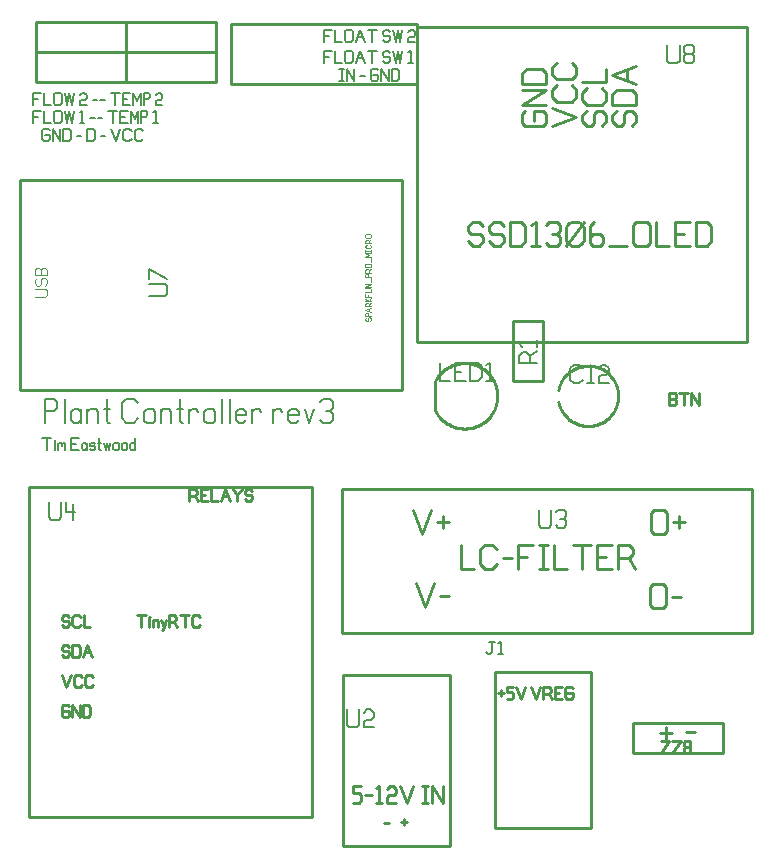
<source format=gto>
G04 -- Generated By PCBWeb Designer*
%FSLAX24Y24*%
%MOIN*%
%OFA0B0*%
%SFA1.0B1.0*%
%AMROTRECT*21,1,$1,$2,0,0,$3*%
%AMROTOBLONG*1,1,$7,$1,$2*1,1,$7,$3,$4*21,1,$5,$6,0,0,$8*%
%ADD10C,0.025*%
%ADD11R,0.055X0.055*%
%ADD12C,0.033*%
%ADD13R,0.065X0.065*%
%ADD14C,0.055*%
%ADD15C,0.033*%
%ADD16C,0.065*%
%ADD17C,0.01*%
%ADD18C,0.008*%
%ADD19C,0.024*%
%ADD20R,0.0532X0.0532*%
%ADD21C,0.0315*%
%ADD22R,0.0632X0.0632*%
%ADD23C,0.0532*%
%ADD24C,0.0632*%
%ADD25C,0.075*%
%ADD26C,0.04*%
%ADD27C,0.085*%
%ADD28R,0.075X0.075*%
%ADD29R,0.085X0.085*%
%ADD30C,0.026*%
%ADD31C,0.074*%
%ADD32C,0.084*%
%ADD33C,0.0048*%
%ADD34C,0.0208*%
%ADD35C,0.175*%
%ADD36C,0.185*%
%ADD37C,0.1969*%
%ADD38C,0.1378*%
%ADD39C,0.2069*%
%ADD40C,0.126*%
%ADD41R,0.02X0.04*%
%ADD42R,0.03X0.05*%
%ADD43C,0.001*%
%ADD44C,0.0*%
%ADD45C,0.0275*%
G01*
%LNERASE*%
%LPC*%
G54D19*
X13956Y15900D02*
X13956Y15300D01*
X14294Y15300D01*
X14819Y15900D02*
X14444Y15900D01*
X14444Y15300D01*
X14819Y15300D01*
X14444Y15600D02*
X14669Y15600D01*
X14969Y15300D02*
X14969Y15900D01*
X15231Y15900D01*
X15344Y15788D01*
X15344Y15413D01*
X15231Y15300D01*
X14969Y15300D01*
X14969Y15300D01*
X15494Y15300D02*
X15719Y15300D01*
X15606Y15300D02*
X15606Y15900D01*
X15494Y15825D01*
X18712Y15712D02*
X18600Y15825D01*
X18412Y15825D01*
X18300Y15712D01*
X18300Y15338D01*
X18412Y15225D01*
X18600Y15225D01*
X18712Y15338D01*
X18862Y15225D02*
X19088Y15225D01*
X18975Y15225D02*
X18975Y15825D01*
X18862Y15750D01*
X19238Y15712D02*
X19350Y15825D01*
X19462Y15825D01*
X19575Y15712D01*
X19575Y15562D01*
X19500Y15488D01*
X19312Y15488D01*
X19238Y15412D01*
X19238Y15225D01*
X19575Y15225D01*
G54D30*
X21500Y3350D02*
X21500Y3750D01*
X21700Y3550D02*
X21300Y3550D01*
X22450Y3600D02*
X22150Y3600D01*
X22300Y3300D02*
X22300Y2900D01*
X22125Y2900D01*
X22075Y2950D01*
X22075Y3050D01*
X22125Y3100D01*
X22075Y3150D01*
X22075Y3250D01*
X22125Y3300D01*
X22300Y3300D01*
X22125Y3100D02*
X22300Y3100D01*
X21975Y2900D02*
X21700Y2900D01*
X21975Y3300D01*
X21700Y3300D01*
X21600Y2900D02*
X21325Y2900D01*
X21600Y3300D01*
X21325Y3300D01*
X1600Y7425D02*
X1525Y7500D01*
X1425Y7500D01*
X1350Y7425D01*
X1350Y7350D01*
X1400Y7300D01*
X1550Y7300D01*
X1600Y7250D01*
X1600Y7175D01*
X1525Y7100D01*
X1425Y7100D01*
X1350Y7175D01*
X1975Y7425D02*
X1900Y7500D01*
X1775Y7500D01*
X1700Y7425D01*
X1700Y7175D01*
X1775Y7100D01*
X1900Y7100D01*
X1975Y7175D01*
X2075Y7500D02*
X2075Y7100D01*
X2300Y7100D01*
X1600Y6425D02*
X1525Y6500D01*
X1425Y6500D01*
X1350Y6425D01*
X1350Y6350D01*
X1400Y6300D01*
X1550Y6300D01*
X1600Y6250D01*
X1600Y6175D01*
X1525Y6100D01*
X1425Y6100D01*
X1350Y6175D01*
X1700Y6100D02*
X1700Y6500D01*
X1875Y6500D01*
X1950Y6425D01*
X1950Y6175D01*
X1875Y6100D01*
X1700Y6100D01*
X1700Y6100D01*
X2108Y6250D02*
X2292Y6250D01*
X2050Y6100D02*
X2200Y6500D01*
X2350Y6100D01*
X1350Y5500D02*
X1500Y5100D01*
X1650Y5500D01*
X2025Y5425D02*
X1950Y5500D01*
X1825Y5500D01*
X1750Y5425D01*
X1750Y5175D01*
X1825Y5100D01*
X1950Y5100D01*
X2025Y5175D01*
X2400Y5425D02*
X2325Y5500D01*
X2200Y5500D01*
X2125Y5425D01*
X2125Y5175D01*
X2200Y5100D01*
X2325Y5100D01*
X2400Y5175D01*
X1600Y4450D02*
X1550Y4500D01*
X1400Y4500D01*
X1350Y4450D01*
X1350Y4150D01*
X1400Y4100D01*
X1550Y4100D01*
X1600Y4150D01*
X1600Y4300D01*
X1425Y4300D01*
X1700Y4100D02*
X1700Y4500D01*
X1950Y4100D01*
X1950Y4500D01*
X2050Y4100D02*
X2050Y4500D01*
X2225Y4500D01*
X2300Y4425D01*
X2300Y4175D01*
X2225Y4100D01*
X2050Y4100D01*
X2050Y4100D01*
X3850Y7500D02*
X4150Y7500D01*
X4000Y7500D02*
X4000Y7100D01*
X4269Y7106D02*
X4269Y7412D01*
X4256Y7425D02*
X4269Y7438D01*
X4281Y7425D01*
X4269Y7412D01*
X4256Y7425D01*
X4381Y7325D02*
X4381Y7100D01*
X4381Y7288D02*
X4419Y7325D01*
X4519Y7325D01*
X4556Y7288D01*
X4556Y7100D01*
X4656Y7325D02*
X4744Y7100D01*
X4819Y7325D01*
X4744Y7100D02*
X4719Y7012D01*
X4706Y7000D01*
X4681Y7000D01*
X4919Y7100D02*
X4919Y7500D01*
X5094Y7500D01*
X5169Y7425D01*
X5169Y7350D01*
X5094Y7275D01*
X4919Y7275D01*
X5094Y7275D02*
X5194Y7100D01*
X5294Y7500D02*
X5594Y7500D01*
X5444Y7500D02*
X5444Y7100D01*
X5969Y7425D02*
X5894Y7500D01*
X5769Y7500D01*
X5694Y7425D01*
X5694Y7175D01*
X5769Y7100D01*
X5894Y7100D01*
X5969Y7175D01*
G54D19*
X918Y11274D02*
X918Y10749D01*
X993Y10674D01*
X1256Y10674D01*
X1331Y10749D01*
X1331Y11274D01*
X1481Y11274D02*
X1481Y10936D01*
X1781Y10936D01*
X1706Y11199D02*
X1706Y10674D01*
G54D34*
X11504Y17411D02*
X11470Y17377D01*
X11470Y17331D01*
X11504Y17296D01*
X11539Y17296D01*
X11562Y17319D01*
X11562Y17388D01*
X11585Y17411D01*
X11619Y17411D01*
X11654Y17377D01*
X11654Y17331D01*
X11619Y17296D01*
X11654Y17457D02*
X11470Y17457D01*
X11470Y17526D01*
X11493Y17550D01*
X11539Y17550D01*
X11562Y17526D01*
X11562Y17457D01*
X11585Y17622D02*
X11585Y17707D01*
X11654Y17596D02*
X11470Y17665D01*
X11654Y17734D01*
X11654Y17780D02*
X11470Y17780D01*
X11470Y17861D01*
X11504Y17895D01*
X11539Y17895D01*
X11573Y17861D01*
X11573Y17780D01*
X11573Y17861D02*
X11654Y17907D01*
X11654Y17953D02*
X11470Y17953D01*
X11470Y18033D02*
X11573Y17953D01*
X11654Y18045D01*
X11470Y18206D02*
X11470Y18091D01*
X11654Y18091D01*
X11562Y18091D02*
X11562Y18160D01*
X11470Y18252D02*
X11631Y18252D01*
X11654Y18275D01*
X11654Y18356D01*
X11631Y18379D01*
X11470Y18379D01*
X11654Y18425D02*
X11470Y18425D01*
X11654Y18540D01*
X11470Y18540D01*
X11654Y18586D02*
X11654Y18725D01*
X11654Y18771D02*
X11470Y18771D01*
X11470Y18840D01*
X11493Y18863D01*
X11539Y18863D01*
X11562Y18840D01*
X11562Y18771D01*
X11654Y18909D02*
X11470Y18909D01*
X11470Y18990D01*
X11504Y19024D01*
X11539Y19024D01*
X11573Y18990D01*
X11573Y18909D01*
X11573Y18990D02*
X11654Y19036D01*
X11608Y19082D02*
X11493Y19082D01*
X11470Y19105D01*
X11470Y19185D01*
X11493Y19208D01*
X11631Y19208D01*
X11654Y19185D01*
X11654Y19105D01*
X11631Y19082D01*
X11608Y19082D01*
X11654Y19254D02*
X11654Y19393D01*
X11654Y19439D02*
X11470Y19439D01*
X11596Y19496D01*
X11470Y19554D01*
X11654Y19554D01*
X11654Y19600D02*
X11654Y19669D01*
X11470Y19600D02*
X11470Y19669D01*
X11470Y19635D02*
X11654Y19635D01*
X11504Y19842D02*
X11470Y19807D01*
X11470Y19750D01*
X11504Y19715D01*
X11619Y19715D01*
X11654Y19750D01*
X11654Y19807D01*
X11619Y19842D01*
X11654Y19888D02*
X11470Y19888D01*
X11470Y19969D01*
X11504Y20003D01*
X11539Y20003D01*
X11573Y19969D01*
X11573Y19888D01*
X11573Y19969D02*
X11654Y20015D01*
X11608Y20061D02*
X11493Y20061D01*
X11470Y20084D01*
X11470Y20165D01*
X11493Y20188D01*
X11631Y20188D01*
X11654Y20165D01*
X11654Y20084D01*
X11631Y20061D01*
X11608Y20061D01*
X450Y18100D02*
X800Y18100D01*
X850Y18150D01*
X850Y18325D01*
X800Y18375D01*
X450Y18375D01*
X525Y18725D02*
X450Y18650D01*
X450Y18550D01*
X525Y18475D01*
X600Y18475D01*
X650Y18525D01*
X650Y18675D01*
X700Y18725D01*
X775Y18725D01*
X850Y18650D01*
X850Y18550D01*
X775Y18475D01*
X850Y18825D02*
X450Y18825D01*
X450Y19000D01*
X500Y19050D01*
X600Y19050D01*
X650Y19000D01*
X700Y19050D01*
X800Y19050D01*
X850Y19000D01*
X850Y18825D01*
X650Y19000D02*
X650Y18825D01*
G54D19*
X4250Y18125D02*
X4775Y18125D01*
X4850Y18200D01*
X4850Y18462D01*
X4775Y18538D01*
X4250Y18538D01*
X4250Y18688D02*
X4250Y19025D01*
X4850Y18688D01*
G54D30*
X15400Y20450D02*
X15250Y20600D01*
X15050Y20600D01*
X14900Y20450D01*
X14900Y20300D01*
X15000Y20200D01*
X15300Y20200D01*
X15400Y20100D01*
X15400Y19950D01*
X15250Y19800D01*
X15050Y19800D01*
X14900Y19950D01*
X16100Y20450D02*
X15950Y20600D01*
X15750Y20600D01*
X15600Y20450D01*
X15600Y20300D01*
X15700Y20200D01*
X16000Y20200D01*
X16100Y20100D01*
X16100Y19950D01*
X15950Y19800D01*
X15750Y19800D01*
X15600Y19950D01*
X16300Y19800D02*
X16300Y20600D01*
X16650Y20600D01*
X16800Y20450D01*
X16800Y19950D01*
X16650Y19800D01*
X16300Y19800D01*
X16300Y19800D01*
X17000Y19800D02*
X17300Y19800D01*
X17150Y19800D02*
X17150Y20600D01*
X17000Y20500D01*
X17500Y20500D02*
X17600Y20600D01*
X17850Y20600D01*
X17950Y20500D01*
X17950Y20300D01*
X17850Y20200D01*
X17700Y20200D01*
X17850Y20200D02*
X17950Y20100D01*
X17950Y19900D01*
X17850Y19800D01*
X17600Y19800D01*
X17500Y19900D01*
X18150Y20000D02*
X18200Y19900D01*
X18250Y19850D01*
X18350Y19800D01*
X18550Y19800D01*
X18650Y19850D01*
X18700Y19900D01*
X18750Y20000D01*
X18750Y20400D01*
X18700Y20500D01*
X18650Y20550D01*
X18550Y20600D01*
X18350Y20600D01*
X18250Y20550D01*
X18200Y20500D01*
X18150Y20400D01*
X18150Y20000D01*
X18150Y20000D01*
X18150Y19800D02*
X18750Y20600D01*
X19100Y20600D02*
X18950Y20450D01*
X18950Y19900D01*
X19050Y19800D01*
X19300Y19800D01*
X19400Y19900D01*
X19400Y20100D01*
X19300Y20200D01*
X19050Y20200D01*
X18950Y20100D01*
X19600Y19800D02*
X20200Y19800D01*
X20400Y20000D02*
X20400Y20500D01*
X20500Y20600D01*
X20850Y20600D01*
X20950Y20500D01*
X20950Y19900D01*
X20850Y19800D01*
X20500Y19800D01*
X20400Y19900D01*
X20400Y20000D01*
X21150Y20600D02*
X21150Y19800D01*
X21600Y19800D01*
X22300Y20600D02*
X21800Y20600D01*
X21800Y19800D01*
X22300Y19800D01*
X21800Y20200D02*
X22100Y20200D01*
X22500Y19800D02*
X22500Y20600D01*
X22850Y20600D01*
X23000Y20450D01*
X23000Y19950D01*
X22850Y19800D01*
X22500Y19800D01*
X22500Y19800D01*
X16800Y24300D02*
X16700Y24200D01*
X16700Y23900D01*
X16800Y23800D01*
X17400Y23800D01*
X17500Y23900D01*
X17500Y24200D01*
X17400Y24300D01*
X17100Y24300D01*
X17100Y23950D01*
X17500Y24500D02*
X16700Y24500D01*
X17500Y25000D01*
X16700Y25000D01*
X17500Y25200D02*
X16700Y25200D01*
X16700Y25550D01*
X16850Y25700D01*
X17350Y25700D01*
X17500Y25550D01*
X17500Y25200D01*
X17500Y25200D01*
X17700Y23800D02*
X18500Y24100D01*
X17700Y24400D01*
X17850Y25150D02*
X17700Y25000D01*
X17700Y24750D01*
X17850Y24600D01*
X18350Y24600D01*
X18500Y24750D01*
X18500Y25000D01*
X18350Y25150D01*
X17850Y25900D02*
X17700Y25750D01*
X17700Y25500D01*
X17850Y25350D01*
X18350Y25350D01*
X18500Y25500D01*
X18500Y25750D01*
X18350Y25900D01*
X18850Y24300D02*
X18700Y24150D01*
X18700Y23950D01*
X18850Y23800D01*
X19000Y23800D01*
X19100Y23900D01*
X19100Y24200D01*
X19200Y24300D01*
X19350Y24300D01*
X19500Y24150D01*
X19500Y23950D01*
X19350Y23800D01*
X18850Y25050D02*
X18700Y24900D01*
X18700Y24650D01*
X18850Y24500D01*
X19350Y24500D01*
X19500Y24650D01*
X19500Y24900D01*
X19350Y25050D01*
X18700Y25250D02*
X19500Y25250D01*
X19500Y25700D01*
X19850Y24300D02*
X19700Y24150D01*
X19700Y23950D01*
X19850Y23800D01*
X20000Y23800D01*
X20100Y23900D01*
X20100Y24200D01*
X20200Y24300D01*
X20350Y24300D01*
X20500Y24150D01*
X20500Y23950D01*
X20350Y23800D01*
X20500Y24500D02*
X19700Y24500D01*
X19700Y24850D01*
X19850Y25000D01*
X20350Y25000D01*
X20500Y24850D01*
X20500Y24500D01*
X20500Y24500D01*
X20200Y25315D02*
X20200Y25685D01*
X20500Y25200D02*
X19700Y25500D01*
X20500Y25800D01*
G54D19*
X21525Y26500D02*
X21525Y25975D01*
X21600Y25900D01*
X21862Y25900D01*
X21938Y25975D01*
X21938Y26500D01*
X22088Y25975D02*
X22162Y25900D01*
X22350Y25900D01*
X22425Y25975D01*
X22425Y26125D01*
X22350Y26200D01*
X22162Y26200D01*
X22088Y26125D01*
X22088Y25975D01*
X22088Y25975D01*
X22350Y26200D02*
X22425Y26275D01*
X22425Y26425D01*
X22350Y26500D01*
X22162Y26500D01*
X22088Y26425D01*
X22088Y26275D01*
X22162Y26200D01*
G54D30*
X13144Y8569D02*
X13444Y7769D01*
X13744Y8569D01*
X13944Y8119D02*
X14244Y8119D01*
X13065Y11010D02*
X13365Y10210D01*
X13665Y11010D01*
X14065Y10810D02*
X14065Y10410D01*
X13865Y10610D02*
X14265Y10610D01*
X20939Y7930D02*
X20939Y8430D01*
X21039Y8530D01*
X21389Y8530D01*
X21489Y8430D01*
X21489Y7830D01*
X21389Y7730D01*
X21039Y7730D01*
X20939Y7830D01*
X20939Y7930D01*
X21689Y8080D02*
X21989Y8080D01*
X20979Y10410D02*
X20979Y10910D01*
X21079Y11010D01*
X21429Y11010D01*
X21529Y10910D01*
X21529Y10310D01*
X21429Y10210D01*
X21079Y10210D01*
X20979Y10310D01*
X20979Y10410D01*
X21929Y10810D02*
X21929Y10410D01*
X21729Y10610D02*
X22129Y10610D01*
X14640Y9829D02*
X14640Y9029D01*
X15090Y9029D01*
X15840Y9679D02*
X15690Y9829D01*
X15440Y9829D01*
X15290Y9679D01*
X15290Y9179D01*
X15440Y9029D01*
X15690Y9029D01*
X15840Y9179D01*
X16040Y9379D02*
X16340Y9379D01*
X17040Y9829D02*
X16540Y9829D01*
X16540Y9029D01*
X16540Y9429D02*
X16840Y9429D01*
X17240Y9029D02*
X17540Y9029D01*
X17240Y9829D02*
X17540Y9829D01*
X17390Y9829D02*
X17390Y9029D01*
X17740Y9829D02*
X17740Y9029D01*
X18190Y9029D01*
X18390Y9829D02*
X18990Y9829D01*
X18690Y9829D02*
X18690Y9029D01*
X19690Y9829D02*
X19190Y9829D01*
X19190Y9029D01*
X19690Y9029D01*
X19190Y9429D02*
X19490Y9429D01*
X19890Y9029D02*
X19890Y9829D01*
X20240Y9829D01*
X20390Y9679D01*
X20390Y9529D01*
X20240Y9379D01*
X19890Y9379D01*
X20240Y9379D02*
X20440Y9029D01*
G54D19*
X17256Y11003D02*
X17256Y10478D01*
X17331Y10403D01*
X17593Y10403D01*
X17668Y10478D01*
X17668Y11003D01*
X17818Y10928D02*
X17893Y11003D01*
X18081Y11003D01*
X18156Y10928D01*
X18156Y10778D01*
X18081Y10703D01*
X17968Y10703D01*
X18081Y10703D02*
X18156Y10628D01*
X18156Y10478D01*
X18081Y10403D01*
X17893Y10403D01*
X17818Y10478D01*
X10841Y4348D02*
X10841Y3823D01*
X10916Y3748D01*
X11179Y3748D01*
X11254Y3823D01*
X11254Y4348D01*
X11404Y4235D02*
X11516Y4348D01*
X11629Y4348D01*
X11741Y4235D01*
X11741Y4085D01*
X11666Y4010D01*
X11479Y4010D01*
X11404Y3935D01*
X11404Y3748D01*
X11741Y3748D01*
G54D30*
X11325Y1809D02*
X11042Y1809D01*
X11042Y1561D01*
X11254Y1561D01*
X11325Y1490D01*
X11325Y1313D01*
X11254Y1242D01*
X11042Y1242D01*
X11467Y1490D02*
X11680Y1490D01*
X11821Y1242D02*
X12034Y1242D01*
X11928Y1242D02*
X11928Y1809D01*
X11821Y1738D01*
X12176Y1702D02*
X12282Y1809D01*
X12388Y1809D01*
X12494Y1702D01*
X12494Y1561D01*
X12424Y1490D01*
X12246Y1490D01*
X12176Y1419D01*
X12176Y1242D01*
X12494Y1242D01*
X12636Y1809D02*
X12849Y1242D01*
X13061Y1809D01*
X13345Y1242D02*
X13557Y1242D01*
X13345Y1809D02*
X13557Y1809D01*
X13451Y1809D02*
X13451Y1242D01*
X13699Y1242D02*
X13699Y1809D01*
X14054Y1242D01*
X14054Y1809D01*
X16000Y5000D02*
X16000Y4800D01*
X15900Y4900D02*
X16100Y4900D01*
X16400Y5100D02*
X16200Y5100D01*
X16200Y4925D01*
X16350Y4925D01*
X16400Y4875D01*
X16400Y4750D01*
X16350Y4700D01*
X16200Y4700D01*
X16500Y5100D02*
X16650Y4700D01*
X16800Y5100D01*
X17000Y5100D02*
X17150Y4700D01*
X17300Y5100D01*
X17400Y4700D02*
X17400Y5100D01*
X17575Y5100D01*
X17650Y5025D01*
X17650Y4950D01*
X17575Y4875D01*
X17400Y4875D01*
X17575Y4875D02*
X17675Y4700D01*
X18025Y5100D02*
X17775Y5100D01*
X17775Y4700D01*
X18025Y4700D01*
X17775Y4900D02*
X17925Y4900D01*
X18375Y5050D02*
X18325Y5100D01*
X18175Y5100D01*
X18125Y5050D01*
X18125Y4750D01*
X18175Y4700D01*
X18325Y4700D01*
X18375Y4750D01*
X18375Y4900D01*
X18200Y4900D01*
G54D19*
X15500Y6250D02*
X15550Y6200D01*
X15625Y6200D01*
X15700Y6275D01*
X15700Y6600D01*
X15575Y6600D02*
X15800Y6600D01*
X15900Y6200D02*
X16050Y6200D01*
X15975Y6200D02*
X15975Y6600D01*
X15900Y6550D01*
G54D30*
X12100Y575D02*
X12250Y575D01*
X12750Y700D02*
X12750Y500D01*
X12650Y600D02*
X12850Y600D01*
G54D19*
X650Y24900D02*
X400Y24900D01*
X400Y24500D01*
X400Y24700D02*
X550Y24700D01*
X750Y24900D02*
X750Y24500D01*
X975Y24500D01*
X1075Y24600D02*
X1075Y24850D01*
X1125Y24900D01*
X1300Y24900D01*
X1350Y24850D01*
X1350Y24550D01*
X1300Y24500D01*
X1125Y24500D01*
X1075Y24550D01*
X1075Y24600D01*
X1450Y24900D02*
X1525Y24500D01*
X1600Y24900D01*
X1675Y24500D01*
X1750Y24900D01*
X1950Y24825D02*
X2025Y24900D01*
X2100Y24900D01*
X2175Y24825D01*
X2175Y24725D01*
X2125Y24675D01*
X2000Y24675D01*
X1950Y24625D01*
X1950Y24500D01*
X2175Y24500D01*
X2375Y24675D02*
X2525Y24675D01*
X2625Y24675D02*
X2775Y24675D01*
X2975Y24900D02*
X3275Y24900D01*
X3125Y24900D02*
X3125Y24500D01*
X3625Y24900D02*
X3375Y24900D01*
X3375Y24500D01*
X3625Y24500D01*
X3375Y24700D02*
X3525Y24700D01*
X3725Y24500D02*
X3725Y24900D01*
X3850Y24625D01*
X3975Y24900D01*
X3975Y24500D01*
X4075Y24500D02*
X4075Y24900D01*
X4225Y24900D01*
X4275Y24850D01*
X4275Y24750D01*
X4225Y24700D01*
X4075Y24700D01*
X4475Y24825D02*
X4550Y24900D01*
X4625Y24900D01*
X4700Y24825D01*
X4700Y24725D01*
X4650Y24675D01*
X4525Y24675D01*
X4475Y24625D01*
X4475Y24500D01*
X4700Y24500D01*
X650Y24300D02*
X400Y24300D01*
X400Y23900D01*
X400Y24100D02*
X550Y24100D01*
X750Y24300D02*
X750Y23900D01*
X975Y23900D01*
X1075Y24000D02*
X1075Y24250D01*
X1125Y24300D01*
X1300Y24300D01*
X1350Y24250D01*
X1350Y23950D01*
X1300Y23900D01*
X1125Y23900D01*
X1075Y23950D01*
X1075Y24000D01*
X1450Y24300D02*
X1525Y23900D01*
X1600Y24300D01*
X1675Y23900D01*
X1750Y24300D01*
X1950Y23900D02*
X2100Y23900D01*
X2025Y23900D02*
X2025Y24300D01*
X1950Y24250D01*
X2300Y24075D02*
X2450Y24075D01*
X2550Y24075D02*
X2700Y24075D01*
X2900Y24300D02*
X3200Y24300D01*
X3050Y24300D02*
X3050Y23900D01*
X3550Y24300D02*
X3300Y24300D01*
X3300Y23900D01*
X3550Y23900D01*
X3300Y24100D02*
X3450Y24100D01*
X3650Y23900D02*
X3650Y24300D01*
X3775Y24025D01*
X3900Y24300D01*
X3900Y23900D01*
X4000Y23900D02*
X4000Y24300D01*
X4150Y24300D01*
X4200Y24250D01*
X4200Y24150D01*
X4150Y24100D01*
X4000Y24100D01*
X4400Y23900D02*
X4550Y23900D01*
X4475Y23900D02*
X4475Y24300D01*
X4400Y24250D01*
X950Y23650D02*
X900Y23700D01*
X750Y23700D01*
X700Y23650D01*
X700Y23350D01*
X750Y23300D01*
X900Y23300D01*
X950Y23350D01*
X950Y23500D01*
X775Y23500D01*
X1050Y23300D02*
X1050Y23700D01*
X1300Y23300D01*
X1300Y23700D01*
X1400Y23300D02*
X1400Y23700D01*
X1575Y23700D01*
X1650Y23625D01*
X1650Y23375D01*
X1575Y23300D01*
X1400Y23300D01*
X1400Y23300D01*
X1850Y23475D02*
X2000Y23475D01*
X2200Y23300D02*
X2200Y23700D01*
X2375Y23700D01*
X2450Y23625D01*
X2450Y23375D01*
X2375Y23300D01*
X2200Y23300D01*
X2200Y23300D01*
X2650Y23475D02*
X2800Y23475D01*
X3000Y23700D02*
X3150Y23300D01*
X3300Y23700D01*
X3675Y23625D02*
X3600Y23700D01*
X3475Y23700D01*
X3400Y23625D01*
X3400Y23375D01*
X3475Y23300D01*
X3600Y23300D01*
X3675Y23375D01*
X4050Y23625D02*
X3975Y23700D01*
X3850Y23700D01*
X3775Y23625D01*
X3775Y23375D01*
X3850Y23300D01*
X3975Y23300D01*
X4050Y23375D01*
X10350Y27000D02*
X10100Y27000D01*
X10100Y26600D01*
X10100Y26800D02*
X10250Y26800D01*
X10450Y27000D02*
X10450Y26600D01*
X10675Y26600D01*
X10775Y26700D02*
X10775Y26950D01*
X10825Y27000D01*
X11000Y27000D01*
X11050Y26950D01*
X11050Y26650D01*
X11000Y26600D01*
X10825Y26600D01*
X10775Y26650D01*
X10775Y26700D01*
X11208Y26750D02*
X11392Y26750D01*
X11150Y26600D02*
X11300Y27000D01*
X11450Y26600D01*
X11550Y27000D02*
X11850Y27000D01*
X11700Y27000D02*
X11700Y26600D01*
X12300Y26925D02*
X12225Y27000D01*
X12125Y27000D01*
X12050Y26925D01*
X12050Y26850D01*
X12100Y26800D01*
X12250Y26800D01*
X12300Y26750D01*
X12300Y26675D01*
X12225Y26600D01*
X12125Y26600D01*
X12050Y26675D01*
X12400Y27000D02*
X12475Y26600D01*
X12550Y27000D01*
X12625Y26600D01*
X12700Y27000D01*
X12900Y26925D02*
X12975Y27000D01*
X13050Y27000D01*
X13125Y26925D01*
X13125Y26825D01*
X13075Y26775D01*
X12950Y26775D01*
X12900Y26725D01*
X12900Y26600D01*
X13125Y26600D01*
X10350Y26300D02*
X10100Y26300D01*
X10100Y25900D01*
X10100Y26100D02*
X10250Y26100D01*
X10450Y26300D02*
X10450Y25900D01*
X10675Y25900D01*
X10775Y26000D02*
X10775Y26250D01*
X10825Y26300D01*
X11000Y26300D01*
X11050Y26250D01*
X11050Y25950D01*
X11000Y25900D01*
X10825Y25900D01*
X10775Y25950D01*
X10775Y26000D01*
X11208Y26050D02*
X11392Y26050D01*
X11150Y25900D02*
X11300Y26300D01*
X11450Y25900D01*
X11550Y26300D02*
X11850Y26300D01*
X11700Y26300D02*
X11700Y25900D01*
X12300Y26225D02*
X12225Y26300D01*
X12125Y26300D01*
X12050Y26225D01*
X12050Y26150D01*
X12100Y26100D01*
X12250Y26100D01*
X12300Y26050D01*
X12300Y25975D01*
X12225Y25900D01*
X12125Y25900D01*
X12050Y25975D01*
X12400Y26300D02*
X12475Y25900D01*
X12550Y26300D01*
X12625Y25900D01*
X12700Y26300D01*
X12900Y25900D02*
X13050Y25900D01*
X12975Y25900D02*
X12975Y26300D01*
X12900Y26250D01*
X10600Y25300D02*
X10750Y25300D01*
X10600Y25700D02*
X10750Y25700D01*
X10675Y25700D02*
X10675Y25300D01*
X10850Y25300D02*
X10850Y25700D01*
X11100Y25300D01*
X11100Y25700D01*
X11300Y25475D02*
X11450Y25475D01*
X11900Y25650D02*
X11850Y25700D01*
X11700Y25700D01*
X11650Y25650D01*
X11650Y25350D01*
X11700Y25300D01*
X11850Y25300D01*
X11900Y25350D01*
X11900Y25500D01*
X11725Y25500D01*
X12000Y25300D02*
X12000Y25700D01*
X12250Y25300D01*
X12250Y25700D01*
X12350Y25300D02*
X12350Y25700D01*
X12525Y25700D01*
X12600Y25625D01*
X12600Y25375D01*
X12525Y25300D01*
X12350Y25300D01*
X12350Y25300D01*
X800Y13900D02*
X800Y14700D01*
X1100Y14700D01*
X1200Y14600D01*
X1200Y14400D01*
X1100Y14300D01*
X800Y14300D01*
X1450Y14700D02*
X1450Y13900D01*
X1650Y14000D02*
X1750Y13900D01*
X1900Y13900D01*
X2000Y14000D01*
X2000Y14250D01*
X1900Y14350D01*
X1750Y14350D01*
X1650Y14250D01*
X1650Y14000D01*
X2000Y13900D02*
X2000Y14350D01*
X2200Y14350D02*
X2200Y13900D01*
X2200Y14275D02*
X2275Y14350D01*
X2475Y14350D01*
X2550Y14275D01*
X2550Y13900D01*
X2750Y14350D02*
X2950Y14350D01*
X2950Y13900D02*
X2900Y13900D01*
X2850Y13950D01*
X2850Y14700D01*
X3900Y14550D02*
X3750Y14700D01*
X3500Y14700D01*
X3350Y14550D01*
X3350Y14050D01*
X3500Y13900D01*
X3750Y13900D01*
X3900Y14050D01*
X4175Y14350D02*
X4100Y14275D01*
X4100Y13975D01*
X4175Y13900D01*
X4375Y13900D01*
X4450Y13975D01*
X4450Y14275D01*
X4375Y14350D01*
X4175Y14350D01*
X4650Y14350D02*
X4650Y13900D01*
X4650Y14275D02*
X4725Y14350D01*
X4925Y14350D01*
X5000Y14275D01*
X5000Y13900D01*
X5200Y14350D02*
X5400Y14350D01*
X5400Y13900D02*
X5350Y13900D01*
X5300Y13950D01*
X5300Y14700D01*
X5600Y14350D02*
X5600Y13900D01*
X5900Y14275D02*
X5825Y14350D01*
X5675Y14350D01*
X5600Y14275D01*
X5600Y14250D01*
X6175Y14350D02*
X6100Y14275D01*
X6100Y13975D01*
X6175Y13900D01*
X6375Y13900D01*
X6450Y13975D01*
X6450Y14275D01*
X6375Y14350D01*
X6175Y14350D01*
X6700Y14700D02*
X6700Y13900D01*
X6950Y14700D02*
X6950Y13900D01*
X7500Y14000D02*
X7400Y13900D01*
X7250Y13900D01*
X7150Y14000D01*
X7150Y14250D01*
X7250Y14350D01*
X7400Y14350D01*
X7500Y14250D01*
X7500Y14150D01*
X7150Y14150D01*
X7700Y14350D02*
X7700Y13900D01*
X8000Y14275D02*
X7925Y14350D01*
X7775Y14350D01*
X7700Y14275D01*
X7700Y14250D01*
X8400Y14350D02*
X8400Y13900D01*
X8700Y14275D02*
X8625Y14350D01*
X8475Y14350D01*
X8400Y14275D01*
X8400Y14250D01*
X9250Y14000D02*
X9150Y13900D01*
X9000Y13900D01*
X8900Y14000D01*
X8900Y14250D01*
X9000Y14350D01*
X9150Y14350D01*
X9250Y14250D01*
X9250Y14150D01*
X8900Y14150D01*
X9450Y14350D02*
X9600Y13900D01*
X9750Y14350D01*
X9950Y14600D02*
X10050Y14700D01*
X10300Y14700D01*
X10400Y14600D01*
X10400Y14400D01*
X10300Y14300D01*
X10150Y14300D01*
X10300Y14300D02*
X10400Y14200D01*
X10400Y14000D01*
X10300Y13900D01*
X10050Y13900D01*
X9950Y14000D01*
X700Y13400D02*
X1000Y13400D01*
X850Y13400D02*
X850Y13000D01*
X1119Y13006D02*
X1119Y13312D01*
X1106Y13325D02*
X1119Y13338D01*
X1131Y13325D01*
X1119Y13312D01*
X1106Y13325D01*
X1231Y13225D02*
X1231Y13000D01*
X1231Y13188D02*
X1269Y13225D01*
X1306Y13225D01*
X1344Y13188D01*
X1381Y13225D01*
X1419Y13225D01*
X1456Y13188D01*
X1456Y13000D01*
X1344Y13188D02*
X1344Y13112D01*
X1906Y13400D02*
X1656Y13400D01*
X1656Y13000D01*
X1906Y13000D01*
X1656Y13200D02*
X1806Y13200D01*
X2006Y13050D02*
X2056Y13000D01*
X2131Y13000D01*
X2181Y13050D01*
X2181Y13175D01*
X2131Y13225D01*
X2056Y13225D01*
X2006Y13175D01*
X2006Y13050D01*
X2181Y13000D02*
X2181Y13225D01*
X2444Y13188D02*
X2406Y13225D01*
X2319Y13225D01*
X2281Y13188D01*
X2281Y13138D01*
X2306Y13112D01*
X2419Y13112D01*
X2444Y13088D01*
X2444Y13038D01*
X2406Y13000D01*
X2319Y13000D01*
X2281Y13038D01*
X2544Y13225D02*
X2644Y13225D01*
X2644Y13000D02*
X2619Y13000D01*
X2594Y13025D01*
X2594Y13400D01*
X2744Y13225D02*
X2806Y13000D01*
X2856Y13225D01*
X2906Y13000D01*
X2969Y13225D01*
X3106Y13225D02*
X3069Y13188D01*
X3069Y13038D01*
X3106Y13000D01*
X3206Y13000D01*
X3244Y13038D01*
X3244Y13188D01*
X3206Y13225D01*
X3106Y13225D01*
X3381Y13225D02*
X3344Y13188D01*
X3344Y13038D01*
X3381Y13000D01*
X3481Y13000D01*
X3519Y13038D01*
X3519Y13188D01*
X3481Y13225D01*
X3381Y13225D01*
X3619Y13050D02*
X3619Y13175D01*
X3669Y13225D01*
X3744Y13225D01*
X3794Y13175D01*
X3794Y13050D01*
X3744Y13000D01*
X3669Y13000D01*
X3619Y13050D01*
X3794Y13000D02*
X3794Y13400D01*
G54D30*
X21600Y14500D02*
X21600Y14900D01*
X21775Y14900D01*
X21825Y14850D01*
X21825Y14750D01*
X21775Y14700D01*
X21825Y14650D01*
X21825Y14550D01*
X21775Y14500D01*
X21600Y14500D01*
X21775Y14700D02*
X21600Y14700D01*
X21925Y14900D02*
X22225Y14900D01*
X22075Y14900D02*
X22075Y14500D01*
X22325Y14500D02*
X22325Y14900D01*
X22575Y14500D01*
X22575Y14900D01*
X5600Y11300D02*
X5600Y11700D01*
X5775Y11700D01*
X5850Y11625D01*
X5850Y11550D01*
X5775Y11475D01*
X5600Y11475D01*
X5775Y11475D02*
X5875Y11300D01*
X6225Y11700D02*
X5975Y11700D01*
X5975Y11300D01*
X6225Y11300D01*
X5975Y11500D02*
X6125Y11500D01*
X6325Y11700D02*
X6325Y11300D01*
X6550Y11300D01*
X6708Y11450D02*
X6892Y11450D01*
X6650Y11300D02*
X6800Y11700D01*
X6950Y11300D01*
X7200Y11500D02*
X7350Y11700D01*
X7050Y11700D02*
X7200Y11500D01*
X7200Y11300D01*
X7700Y11625D02*
X7625Y11700D01*
X7525Y11700D01*
X7450Y11625D01*
X7450Y11550D01*
X7500Y11500D01*
X7650Y11500D01*
X7700Y11450D01*
X7700Y11375D01*
X7625Y11300D01*
X7525Y11300D01*
X7450Y11375D01*
G54D19*
X17200Y15881D02*
X16600Y15881D01*
X16600Y16144D01*
X16712Y16256D01*
X16825Y16256D01*
X16938Y16144D01*
X16938Y15881D01*
X16938Y16144D02*
X17200Y16294D01*
X17200Y16444D02*
X17200Y16669D01*
X17200Y16556D02*
X16600Y16556D01*
X16675Y16444D01*
%LNSTD*%
%LPD*%
G54D17*
X13800Y14300D02*
X13822Y14260D01*
X13845Y14220D01*
X13870Y14182D01*
X13897Y14145D01*
X13925Y14109D01*
X13955Y14074D01*
X13986Y14040D01*
X14019Y14008D01*
X14053Y13977D01*
X14088Y13948D01*
X14124Y13920D01*
X14162Y13894D01*
X14200Y13869D01*
X14240Y13846D01*
X14281Y13825D01*
X14322Y13805D01*
X14364Y13787D01*
X14407Y13771D01*
X14450Y13756D01*
X14495Y13744D01*
X14539Y13733D01*
X14584Y13725D01*
X14629Y13718D01*
X14675Y13713D01*
X14721Y13710D01*
X14766Y13709D01*
X14812Y13709D01*
X14858Y13712D01*
X14904Y13717D01*
X14949Y13723D01*
X14994Y13732D01*
X15039Y13742D01*
X15083Y13754D01*
X15126Y13768D01*
X15169Y13784D01*
X15212Y13802D01*
X15253Y13821D01*
X15294Y13842D01*
X15333Y13865D01*
X15372Y13890D01*
X15410Y13916D01*
X15446Y13943D01*
X15482Y13972D01*
X15516Y14003D01*
X15549Y14035D01*
X15580Y14068D01*
X15610Y14103D01*
X15639Y14139D01*
X15666Y14176D01*
X15691Y14214D01*
X15715Y14253D01*
X15737Y14293D01*
X15757Y14334D01*
X15776Y14376D01*
X15793Y14419D01*
X15808Y14462D01*
X15821Y14506D01*
X15833Y14550D01*
X15842Y14595D01*
X15850Y14640D01*
X15856Y14686D01*
X15859Y14731D01*
X15861Y14777D01*
X15861Y14823D01*
X15859Y14869D01*
X15856Y14914D01*
X15850Y14960D01*
X15842Y15005D01*
X15833Y15050D01*
X15821Y15094D01*
X15808Y15138D01*
X15793Y15181D01*
X15776Y15224D01*
X15757Y15266D01*
X15737Y15307D01*
X15715Y15347D01*
X15691Y15386D01*
X15666Y15424D01*
X15639Y15461D01*
X15610Y15497D01*
X15580Y15532D01*
X15549Y15565D01*
X15516Y15597D01*
X15482Y15628D01*
X15446Y15657D01*
X15410Y15684D01*
X15372Y15710D01*
X15333Y15735D01*
X15294Y15758D01*
X15253Y15779D01*
X15212Y15798D01*
X15169Y15816D01*
X15126Y15832D01*
X15083Y15846D01*
X15039Y15858D01*
X14994Y15868D01*
X14949Y15877D01*
X14904Y15883D01*
X14858Y15888D01*
X14812Y15891D01*
X14766Y15891D01*
X14721Y15890D01*
X14675Y15887D01*
X14629Y15882D01*
X14584Y15875D01*
X14539Y15867D01*
X14495Y15856D01*
X14450Y15844D01*
X14407Y15829D01*
X14364Y15813D01*
X14322Y15795D01*
X14281Y15775D01*
X14240Y15754D01*
X14200Y15731D01*
X14162Y15706D01*
X14124Y15680D01*
X14088Y15652D01*
X14053Y15623D01*
X14019Y15592D01*
X13986Y15560D01*
X13955Y15526D01*
X13925Y15491D01*
X13897Y15455D01*
X13870Y15418D01*
X13845Y15380D01*
X13822Y15340D01*
X13800Y15300D01*
X13800Y15300D01*
X13800Y14300D02*
X13800Y15300D01*
G54D18*
X13956Y15900D02*
X13956Y15300D01*
X14294Y15300D01*
X14819Y15900D02*
X14444Y15900D01*
X14444Y15300D01*
X14819Y15300D01*
X14444Y15600D02*
X14669Y15600D01*
X14969Y15300D02*
X14969Y15900D01*
X15231Y15900D01*
X15344Y15788D01*
X15344Y15413D01*
X15231Y15300D01*
X14969Y15300D01*
X14969Y15300D01*
X15494Y15300D02*
X15719Y15300D01*
X15606Y15300D02*
X15606Y15900D01*
X15494Y15825D01*
G54D17*
X17900Y14600D02*
X17909Y14559D01*
X17920Y14518D01*
X17933Y14478D01*
X17947Y14439D01*
X17963Y14400D01*
X17980Y14362D01*
X17999Y14325D01*
X18020Y14288D01*
X18042Y14252D01*
X18066Y14218D01*
X18091Y14184D01*
X18117Y14151D01*
X18145Y14120D01*
X18174Y14089D01*
X18204Y14060D01*
X18236Y14032D01*
X18268Y14006D01*
X18302Y13981D01*
X18336Y13957D01*
X18372Y13935D01*
X18409Y13914D01*
X18446Y13895D01*
X18484Y13878D01*
X18523Y13862D01*
X18562Y13847D01*
X18602Y13835D01*
X18643Y13824D01*
X18684Y13814D01*
X18725Y13807D01*
X18767Y13801D01*
X18809Y13797D01*
X18850Y13794D01*
X18892Y13794D01*
X18934Y13795D01*
X18976Y13798D01*
X19018Y13802D01*
X19059Y13809D01*
X19101Y13817D01*
X19142Y13827D01*
X19182Y13838D01*
X19222Y13851D01*
X19261Y13866D01*
X19300Y13883D01*
X19338Y13901D01*
X19375Y13920D01*
X19411Y13941D01*
X19446Y13964D01*
X19481Y13988D01*
X19514Y14014D01*
X19546Y14040D01*
X19577Y14069D01*
X19607Y14098D01*
X19636Y14129D01*
X19663Y14161D01*
X19689Y14194D01*
X19714Y14228D01*
X19737Y14263D01*
X19759Y14299D01*
X19779Y14335D01*
X19797Y14373D01*
X19814Y14412D01*
X19830Y14451D01*
X19844Y14490D01*
X19856Y14530D01*
X19866Y14571D01*
X19875Y14612D01*
X19882Y14654D01*
X19887Y14695D01*
X19891Y14737D01*
X19892Y14779D01*
X19892Y14821D01*
X19891Y14863D01*
X19887Y14905D01*
X19882Y14946D01*
X19875Y14988D01*
X19866Y15029D01*
X19856Y15070D01*
X19844Y15110D01*
X19830Y15149D01*
X19814Y15188D01*
X19797Y15227D01*
X19779Y15265D01*
X19759Y15301D01*
X19737Y15337D01*
X19714Y15372D01*
X19689Y15406D01*
X19663Y15439D01*
X19636Y15471D01*
X19607Y15502D01*
X19577Y15531D01*
X19546Y15560D01*
X19514Y15586D01*
X19481Y15612D01*
X19446Y15636D01*
X19411Y15659D01*
X19375Y15680D01*
X19338Y15699D01*
X19300Y15717D01*
X19261Y15734D01*
X19222Y15749D01*
X19182Y15762D01*
X19142Y15773D01*
X19101Y15783D01*
X19059Y15791D01*
X19018Y15798D01*
X18976Y15802D01*
X18934Y15805D01*
X18892Y15806D01*
X18850Y15806D01*
X18809Y15803D01*
X18767Y15799D01*
X18725Y15793D01*
X18684Y15786D01*
X18643Y15776D01*
X18602Y15765D01*
X18562Y15753D01*
X18523Y15738D01*
X18484Y15722D01*
X18446Y15705D01*
X18409Y15686D01*
X18372Y15665D01*
X18336Y15643D01*
X18302Y15619D01*
X18268Y15594D01*
X18236Y15568D01*
X18204Y15540D01*
X18174Y15511D01*
X18145Y15480D01*
X18117Y15449D01*
X18091Y15416D01*
X18066Y15382D01*
X18042Y15348D01*
X18020Y15312D01*
X17999Y15275D01*
X17980Y15238D01*
X17963Y15200D01*
X17947Y15161D01*
X17933Y15122D01*
X17920Y15082D01*
X17909Y15041D01*
X17900Y15000D01*
X17900Y15000D01*
G54D18*
X18712Y15712D02*
X18600Y15825D01*
X18412Y15825D01*
X18300Y15712D01*
X18300Y15338D01*
X18412Y15225D01*
X18600Y15225D01*
X18712Y15338D01*
X18862Y15225D02*
X19088Y15225D01*
X18975Y15225D02*
X18975Y15825D01*
X18862Y15750D01*
X19238Y15712D02*
X19350Y15825D01*
X19462Y15825D01*
X19575Y15712D01*
X19575Y15562D01*
X19500Y15488D01*
X19312Y15488D01*
X19238Y15412D01*
X19238Y15225D01*
X19575Y15225D01*
G54D17*
X3500Y27250D02*
X3500Y26250D01*
X6500Y26250D01*
X6500Y27250D01*
X3500Y27250D01*
X3500Y26250D02*
X3500Y25250D01*
X6500Y25250D01*
X6500Y26250D01*
X3500Y26250D01*
X23400Y2900D02*
X23400Y3900D01*
X20400Y3900D01*
X20400Y2900D01*
X23400Y2900D01*
X23400Y2900D01*
X21500Y3350D02*
X21500Y3750D01*
X21700Y3550D02*
X21300Y3550D01*
X22450Y3600D02*
X22150Y3600D01*
X22300Y3300D02*
X22300Y2900D01*
X22125Y2900D01*
X22075Y2950D01*
X22075Y3050D01*
X22125Y3100D01*
X22075Y3150D01*
X22075Y3250D01*
X22125Y3300D01*
X22300Y3300D01*
X22125Y3100D02*
X22300Y3100D01*
X21975Y2900D02*
X21700Y2900D01*
X21975Y3300D01*
X21700Y3300D01*
X21600Y2900D02*
X21325Y2900D01*
X21600Y3300D01*
X21325Y3300D01*
X500Y26250D02*
X500Y25250D01*
X3500Y25250D01*
X3500Y26250D01*
X500Y26250D01*
X500Y27250D02*
X500Y26250D01*
X3500Y26250D01*
X3500Y27250D01*
X500Y27250D01*
X250Y750D02*
X9699Y750D01*
X9699Y11774D01*
X250Y11774D01*
X250Y750D01*
X1600Y7425D02*
X1525Y7500D01*
X1425Y7500D01*
X1350Y7425D01*
X1350Y7350D01*
X1400Y7300D01*
X1550Y7300D01*
X1600Y7250D01*
X1600Y7175D01*
X1525Y7100D01*
X1425Y7100D01*
X1350Y7175D01*
X1975Y7425D02*
X1900Y7500D01*
X1775Y7500D01*
X1700Y7425D01*
X1700Y7175D01*
X1775Y7100D01*
X1900Y7100D01*
X1975Y7175D01*
X2075Y7500D02*
X2075Y7100D01*
X2300Y7100D01*
X1600Y6425D02*
X1525Y6500D01*
X1425Y6500D01*
X1350Y6425D01*
X1350Y6350D01*
X1400Y6300D01*
X1550Y6300D01*
X1600Y6250D01*
X1600Y6175D01*
X1525Y6100D01*
X1425Y6100D01*
X1350Y6175D01*
X1700Y6100D02*
X1700Y6500D01*
X1875Y6500D01*
X1950Y6425D01*
X1950Y6175D01*
X1875Y6100D01*
X1700Y6100D01*
X1700Y6100D01*
X2108Y6250D02*
X2292Y6250D01*
X2050Y6100D02*
X2200Y6500D01*
X2350Y6100D01*
X1350Y5500D02*
X1500Y5100D01*
X1650Y5500D01*
X2025Y5425D02*
X1950Y5500D01*
X1825Y5500D01*
X1750Y5425D01*
X1750Y5175D01*
X1825Y5100D01*
X1950Y5100D01*
X2025Y5175D01*
X2400Y5425D02*
X2325Y5500D01*
X2200Y5500D01*
X2125Y5425D01*
X2125Y5175D01*
X2200Y5100D01*
X2325Y5100D01*
X2400Y5175D01*
X1600Y4450D02*
X1550Y4500D01*
X1400Y4500D01*
X1350Y4450D01*
X1350Y4150D01*
X1400Y4100D01*
X1550Y4100D01*
X1600Y4150D01*
X1600Y4300D01*
X1425Y4300D01*
X1700Y4100D02*
X1700Y4500D01*
X1950Y4100D01*
X1950Y4500D01*
X2050Y4100D02*
X2050Y4500D01*
X2225Y4500D01*
X2300Y4425D01*
X2300Y4175D01*
X2225Y4100D01*
X2050Y4100D01*
X2050Y4100D01*
X3850Y7500D02*
X4150Y7500D01*
X4000Y7500D02*
X4000Y7100D01*
X4269Y7106D02*
X4269Y7412D01*
X4256Y7425D02*
X4269Y7438D01*
X4281Y7425D01*
X4269Y7412D01*
X4256Y7425D01*
X4381Y7325D02*
X4381Y7100D01*
X4381Y7288D02*
X4419Y7325D01*
X4519Y7325D01*
X4556Y7288D01*
X4556Y7100D01*
X4656Y7325D02*
X4744Y7100D01*
X4819Y7325D01*
X4744Y7100D02*
X4719Y7012D01*
X4706Y7000D01*
X4681Y7000D01*
X4919Y7100D02*
X4919Y7500D01*
X5094Y7500D01*
X5169Y7425D01*
X5169Y7350D01*
X5094Y7275D01*
X4919Y7275D01*
X5094Y7275D02*
X5194Y7100D01*
X5294Y7500D02*
X5594Y7500D01*
X5444Y7500D02*
X5444Y7100D01*
X5969Y7425D02*
X5894Y7500D01*
X5769Y7500D01*
X5694Y7425D01*
X5694Y7175D01*
X5769Y7100D01*
X5894Y7100D01*
X5969Y7175D01*
G54D18*
X918Y11274D02*
X918Y10749D01*
X993Y10674D01*
X1256Y10674D01*
X1331Y10749D01*
X1331Y11274D01*
X1481Y11274D02*
X1481Y10936D01*
X1781Y10936D01*
X1706Y11199D02*
X1706Y10674D01*
G54D33*
X11504Y17411D02*
X11470Y17377D01*
X11470Y17331D01*
X11504Y17296D01*
X11539Y17296D01*
X11562Y17319D01*
X11562Y17388D01*
X11585Y17411D01*
X11619Y17411D01*
X11654Y17377D01*
X11654Y17331D01*
X11619Y17296D01*
X11654Y17457D02*
X11470Y17457D01*
X11470Y17526D01*
X11493Y17550D01*
X11539Y17550D01*
X11562Y17526D01*
X11562Y17457D01*
X11585Y17622D02*
X11585Y17707D01*
X11654Y17596D02*
X11470Y17665D01*
X11654Y17734D01*
X11654Y17780D02*
X11470Y17780D01*
X11470Y17861D01*
X11504Y17895D01*
X11539Y17895D01*
X11573Y17861D01*
X11573Y17780D01*
X11573Y17861D02*
X11654Y17907D01*
X11654Y17953D02*
X11470Y17953D01*
X11470Y18033D02*
X11573Y17953D01*
X11654Y18045D01*
X11470Y18206D02*
X11470Y18091D01*
X11654Y18091D01*
X11562Y18091D02*
X11562Y18160D01*
X11470Y18252D02*
X11631Y18252D01*
X11654Y18275D01*
X11654Y18356D01*
X11631Y18379D01*
X11470Y18379D01*
X11654Y18425D02*
X11470Y18425D01*
X11654Y18540D01*
X11470Y18540D01*
X11654Y18586D02*
X11654Y18725D01*
X11654Y18771D02*
X11470Y18771D01*
X11470Y18840D01*
X11493Y18863D01*
X11539Y18863D01*
X11562Y18840D01*
X11562Y18771D01*
X11654Y18909D02*
X11470Y18909D01*
X11470Y18990D01*
X11504Y19024D01*
X11539Y19024D01*
X11573Y18990D01*
X11573Y18909D01*
X11573Y18990D02*
X11654Y19036D01*
X11608Y19082D02*
X11493Y19082D01*
X11470Y19105D01*
X11470Y19185D01*
X11493Y19208D01*
X11631Y19208D01*
X11654Y19185D01*
X11654Y19105D01*
X11631Y19082D01*
X11608Y19082D01*
X11654Y19254D02*
X11654Y19393D01*
X11654Y19439D02*
X11470Y19439D01*
X11596Y19496D01*
X11470Y19554D01*
X11654Y19554D01*
X11654Y19600D02*
X11654Y19669D01*
X11470Y19600D02*
X11470Y19669D01*
X11470Y19635D02*
X11654Y19635D01*
X11504Y19842D02*
X11470Y19807D01*
X11470Y19750D01*
X11504Y19715D01*
X11619Y19715D01*
X11654Y19750D01*
X11654Y19807D01*
X11619Y19842D01*
X11654Y19888D02*
X11470Y19888D01*
X11470Y19969D01*
X11504Y20003D01*
X11539Y20003D01*
X11573Y19969D01*
X11573Y19888D01*
X11573Y19969D02*
X11654Y20015D01*
X11608Y20061D02*
X11493Y20061D01*
X11470Y20084D01*
X11470Y20165D01*
X11493Y20188D01*
X11631Y20188D01*
X11654Y20165D01*
X11654Y20084D01*
X11631Y20061D01*
X11608Y20061D01*
G54D17*
X-50Y15000D02*
X12700Y15000D01*
X12700Y22000D01*
X-50Y22000D01*
X-50Y15000D01*
G54D33*
X450Y18100D02*
X800Y18100D01*
X850Y18150D01*
X850Y18325D01*
X800Y18375D01*
X450Y18375D01*
X525Y18725D02*
X450Y18650D01*
X450Y18550D01*
X525Y18475D01*
X600Y18475D01*
X650Y18525D01*
X650Y18675D01*
X700Y18725D01*
X775Y18725D01*
X850Y18650D01*
X850Y18550D01*
X775Y18475D01*
X850Y18825D02*
X450Y18825D01*
X450Y19000D01*
X500Y19050D01*
X600Y19050D01*
X650Y19000D01*
X700Y19050D01*
X800Y19050D01*
X850Y19000D01*
X850Y18825D01*
X650Y19000D02*
X650Y18825D01*
G54D18*
X4250Y18125D02*
X4775Y18125D01*
X4850Y18200D01*
X4850Y18462D01*
X4775Y18538D01*
X4250Y18538D01*
X4250Y18688D02*
X4250Y19025D01*
X4850Y18688D01*
G54D17*
X13200Y27100D02*
X24200Y27100D01*
X24200Y16600D01*
X13200Y16600D01*
X13200Y27100D01*
X15400Y20450D02*
X15250Y20600D01*
X15050Y20600D01*
X14900Y20450D01*
X14900Y20300D01*
X15000Y20200D01*
X15300Y20200D01*
X15400Y20100D01*
X15400Y19950D01*
X15250Y19800D01*
X15050Y19800D01*
X14900Y19950D01*
X16100Y20450D02*
X15950Y20600D01*
X15750Y20600D01*
X15600Y20450D01*
X15600Y20300D01*
X15700Y20200D01*
X16000Y20200D01*
X16100Y20100D01*
X16100Y19950D01*
X15950Y19800D01*
X15750Y19800D01*
X15600Y19950D01*
X16300Y19800D02*
X16300Y20600D01*
X16650Y20600D01*
X16800Y20450D01*
X16800Y19950D01*
X16650Y19800D01*
X16300Y19800D01*
X16300Y19800D01*
X17000Y19800D02*
X17300Y19800D01*
X17150Y19800D02*
X17150Y20600D01*
X17000Y20500D01*
X17500Y20500D02*
X17600Y20600D01*
X17850Y20600D01*
X17950Y20500D01*
X17950Y20300D01*
X17850Y20200D01*
X17700Y20200D01*
X17850Y20200D02*
X17950Y20100D01*
X17950Y19900D01*
X17850Y19800D01*
X17600Y19800D01*
X17500Y19900D01*
X18150Y20000D02*
X18200Y19900D01*
X18250Y19850D01*
X18350Y19800D01*
X18550Y19800D01*
X18650Y19850D01*
X18700Y19900D01*
X18750Y20000D01*
X18750Y20400D01*
X18700Y20500D01*
X18650Y20550D01*
X18550Y20600D01*
X18350Y20600D01*
X18250Y20550D01*
X18200Y20500D01*
X18150Y20400D01*
X18150Y20000D01*
X18150Y20000D01*
X18150Y19800D02*
X18750Y20600D01*
X19100Y20600D02*
X18950Y20450D01*
X18950Y19900D01*
X19050Y19800D01*
X19300Y19800D01*
X19400Y19900D01*
X19400Y20100D01*
X19300Y20200D01*
X19050Y20200D01*
X18950Y20100D01*
X19600Y19800D02*
X20200Y19800D01*
X20400Y20000D02*
X20400Y20500D01*
X20500Y20600D01*
X20850Y20600D01*
X20950Y20500D01*
X20950Y19900D01*
X20850Y19800D01*
X20500Y19800D01*
X20400Y19900D01*
X20400Y20000D01*
X21150Y20600D02*
X21150Y19800D01*
X21600Y19800D01*
X22300Y20600D02*
X21800Y20600D01*
X21800Y19800D01*
X22300Y19800D01*
X21800Y20200D02*
X22100Y20200D01*
X22500Y19800D02*
X22500Y20600D01*
X22850Y20600D01*
X23000Y20450D01*
X23000Y19950D01*
X22850Y19800D01*
X22500Y19800D01*
X22500Y19800D01*
X16800Y24300D02*
X16700Y24200D01*
X16700Y23900D01*
X16800Y23800D01*
X17400Y23800D01*
X17500Y23900D01*
X17500Y24200D01*
X17400Y24300D01*
X17100Y24300D01*
X17100Y23950D01*
X17500Y24500D02*
X16700Y24500D01*
X17500Y25000D01*
X16700Y25000D01*
X17500Y25200D02*
X16700Y25200D01*
X16700Y25550D01*
X16850Y25700D01*
X17350Y25700D01*
X17500Y25550D01*
X17500Y25200D01*
X17500Y25200D01*
X17700Y23800D02*
X18500Y24100D01*
X17700Y24400D01*
X17850Y25150D02*
X17700Y25000D01*
X17700Y24750D01*
X17850Y24600D01*
X18350Y24600D01*
X18500Y24750D01*
X18500Y25000D01*
X18350Y25150D01*
X17850Y25900D02*
X17700Y25750D01*
X17700Y25500D01*
X17850Y25350D01*
X18350Y25350D01*
X18500Y25500D01*
X18500Y25750D01*
X18350Y25900D01*
X18850Y24300D02*
X18700Y24150D01*
X18700Y23950D01*
X18850Y23800D01*
X19000Y23800D01*
X19100Y23900D01*
X19100Y24200D01*
X19200Y24300D01*
X19350Y24300D01*
X19500Y24150D01*
X19500Y23950D01*
X19350Y23800D01*
X18850Y25050D02*
X18700Y24900D01*
X18700Y24650D01*
X18850Y24500D01*
X19350Y24500D01*
X19500Y24650D01*
X19500Y24900D01*
X19350Y25050D01*
X18700Y25250D02*
X19500Y25250D01*
X19500Y25700D01*
X19850Y24300D02*
X19700Y24150D01*
X19700Y23950D01*
X19850Y23800D01*
X20000Y23800D01*
X20100Y23900D01*
X20100Y24200D01*
X20200Y24300D01*
X20350Y24300D01*
X20500Y24150D01*
X20500Y23950D01*
X20350Y23800D01*
X20500Y24500D02*
X19700Y24500D01*
X19700Y24850D01*
X19850Y25000D01*
X20350Y25000D01*
X20500Y24850D01*
X20500Y24500D01*
X20500Y24500D01*
X20200Y25315D02*
X20200Y25685D01*
X20500Y25200D02*
X19700Y25500D01*
X20500Y25800D01*
G54D18*
X21525Y26500D02*
X21525Y25975D01*
X21600Y25900D01*
X21862Y25900D01*
X21938Y25975D01*
X21938Y26500D01*
X22088Y25975D02*
X22162Y25900D01*
X22350Y25900D01*
X22425Y25975D01*
X22425Y26125D01*
X22350Y26200D01*
X22162Y26200D01*
X22088Y26125D01*
X22088Y25975D01*
X22088Y25975D01*
X22350Y26200D02*
X22425Y26275D01*
X22425Y26425D01*
X22350Y26500D01*
X22162Y26500D01*
X22088Y26425D01*
X22088Y26275D01*
X22162Y26200D01*
G54D17*
X10700Y6900D02*
X24361Y6900D01*
X24361Y11703D01*
X10700Y11703D01*
X10700Y6900D01*
X13144Y8569D02*
X13444Y7769D01*
X13744Y8569D01*
X13944Y8119D02*
X14244Y8119D01*
X13065Y11010D02*
X13365Y10210D01*
X13665Y11010D01*
X14065Y10810D02*
X14065Y10410D01*
X13865Y10610D02*
X14265Y10610D01*
X20939Y7930D02*
X20939Y8430D01*
X21039Y8530D01*
X21389Y8530D01*
X21489Y8430D01*
X21489Y7830D01*
X21389Y7730D01*
X21039Y7730D01*
X20939Y7830D01*
X20939Y7930D01*
X21689Y8080D02*
X21989Y8080D01*
X20979Y10410D02*
X20979Y10910D01*
X21079Y11010D01*
X21429Y11010D01*
X21529Y10910D01*
X21529Y10310D01*
X21429Y10210D01*
X21079Y10210D01*
X20979Y10310D01*
X20979Y10410D01*
X21929Y10810D02*
X21929Y10410D01*
X21729Y10610D02*
X22129Y10610D01*
X14640Y9829D02*
X14640Y9029D01*
X15090Y9029D01*
X15840Y9679D02*
X15690Y9829D01*
X15440Y9829D01*
X15290Y9679D01*
X15290Y9179D01*
X15440Y9029D01*
X15690Y9029D01*
X15840Y9179D01*
X16040Y9379D02*
X16340Y9379D01*
X17040Y9829D02*
X16540Y9829D01*
X16540Y9029D01*
X16540Y9429D02*
X16840Y9429D01*
X17240Y9029D02*
X17540Y9029D01*
X17240Y9829D02*
X17540Y9829D01*
X17390Y9829D02*
X17390Y9029D01*
X17740Y9829D02*
X17740Y9029D01*
X18190Y9029D01*
X18390Y9829D02*
X18990Y9829D01*
X18690Y9829D02*
X18690Y9029D01*
X19690Y9829D02*
X19190Y9829D01*
X19190Y9029D01*
X19690Y9029D01*
X19190Y9429D02*
X19490Y9429D01*
X19890Y9029D02*
X19890Y9829D01*
X20240Y9829D01*
X20390Y9679D01*
X20390Y9529D01*
X20240Y9379D01*
X19890Y9379D01*
X20240Y9379D02*
X20440Y9029D01*
G54D18*
X17256Y11003D02*
X17256Y10478D01*
X17331Y10403D01*
X17593Y10403D01*
X17668Y10478D01*
X17668Y11003D01*
X17818Y10928D02*
X17893Y11003D01*
X18081Y11003D01*
X18156Y10928D01*
X18156Y10778D01*
X18081Y10703D01*
X17968Y10703D01*
X18081Y10703D02*
X18156Y10628D01*
X18156Y10478D01*
X18081Y10403D01*
X17893Y10403D01*
X17818Y10478D01*
G54D17*
X10728Y5509D02*
X10728Y-200D01*
X14272Y-200D01*
X14272Y5509D01*
X10728Y5509D01*
G54D18*
X10841Y4348D02*
X10841Y3823D01*
X10916Y3748D01*
X11179Y3748D01*
X11254Y3823D01*
X11254Y4348D01*
X11404Y4235D02*
X11516Y4348D01*
X11629Y4348D01*
X11741Y4235D01*
X11741Y4085D01*
X11666Y4010D01*
X11479Y4010D01*
X11404Y3935D01*
X11404Y3748D01*
X11741Y3748D01*
G54D17*
X11325Y1809D02*
X11042Y1809D01*
X11042Y1561D01*
X11254Y1561D01*
X11325Y1490D01*
X11325Y1313D01*
X11254Y1242D01*
X11042Y1242D01*
X11467Y1490D02*
X11680Y1490D01*
X11821Y1242D02*
X12034Y1242D01*
X11928Y1242D02*
X11928Y1809D01*
X11821Y1738D01*
X12176Y1702D02*
X12282Y1809D01*
X12388Y1809D01*
X12494Y1702D01*
X12494Y1561D01*
X12424Y1490D01*
X12246Y1490D01*
X12176Y1419D01*
X12176Y1242D01*
X12494Y1242D01*
X12636Y1809D02*
X12849Y1242D01*
X13061Y1809D01*
X13345Y1242D02*
X13557Y1242D01*
X13345Y1809D02*
X13557Y1809D01*
X13451Y1809D02*
X13451Y1242D01*
X13699Y1242D02*
X13699Y1809D01*
X14054Y1242D01*
X14054Y1809D01*
X15800Y400D02*
X19000Y400D01*
X19000Y5600D01*
X15800Y5600D01*
X15800Y400D01*
X15800Y400D01*
X16000Y5000D02*
X16000Y4800D01*
X15900Y4900D02*
X16100Y4900D01*
X16400Y5100D02*
X16200Y5100D01*
X16200Y4925D01*
X16350Y4925D01*
X16400Y4875D01*
X16400Y4750D01*
X16350Y4700D01*
X16200Y4700D01*
X16500Y5100D02*
X16650Y4700D01*
X16800Y5100D01*
X17000Y5100D02*
X17150Y4700D01*
X17300Y5100D01*
X17400Y4700D02*
X17400Y5100D01*
X17575Y5100D01*
X17650Y5025D01*
X17650Y4950D01*
X17575Y4875D01*
X17400Y4875D01*
X17575Y4875D02*
X17675Y4700D01*
X18025Y5100D02*
X17775Y5100D01*
X17775Y4700D01*
X18025Y4700D01*
X17775Y4900D02*
X17925Y4900D01*
X18375Y5050D02*
X18325Y5100D01*
X18175Y5100D01*
X18125Y5050D01*
X18125Y4750D01*
X18175Y4700D01*
X18325Y4700D01*
X18375Y4750D01*
X18375Y4900D01*
X18200Y4900D01*
G54D18*
X15500Y6250D02*
X15550Y6200D01*
X15625Y6200D01*
X15700Y6275D01*
X15700Y6600D01*
X15575Y6600D02*
X15800Y6600D01*
X15900Y6200D02*
X16050Y6200D01*
X15975Y6200D02*
X15975Y6600D01*
X15900Y6550D01*
G54D17*
X12100Y575D02*
X12250Y575D01*
X12750Y700D02*
X12750Y500D01*
X12650Y600D02*
X12850Y600D01*
G54D18*
X650Y24900D02*
X400Y24900D01*
X400Y24500D01*
X400Y24700D02*
X550Y24700D01*
X750Y24900D02*
X750Y24500D01*
X975Y24500D01*
X1075Y24600D02*
X1075Y24850D01*
X1125Y24900D01*
X1300Y24900D01*
X1350Y24850D01*
X1350Y24550D01*
X1300Y24500D01*
X1125Y24500D01*
X1075Y24550D01*
X1075Y24600D01*
X1450Y24900D02*
X1525Y24500D01*
X1600Y24900D01*
X1675Y24500D01*
X1750Y24900D01*
X1950Y24825D02*
X2025Y24900D01*
X2100Y24900D01*
X2175Y24825D01*
X2175Y24725D01*
X2125Y24675D01*
X2000Y24675D01*
X1950Y24625D01*
X1950Y24500D01*
X2175Y24500D01*
X2375Y24675D02*
X2525Y24675D01*
X2625Y24675D02*
X2775Y24675D01*
X2975Y24900D02*
X3275Y24900D01*
X3125Y24900D02*
X3125Y24500D01*
X3625Y24900D02*
X3375Y24900D01*
X3375Y24500D01*
X3625Y24500D01*
X3375Y24700D02*
X3525Y24700D01*
X3725Y24500D02*
X3725Y24900D01*
X3850Y24625D01*
X3975Y24900D01*
X3975Y24500D01*
X4075Y24500D02*
X4075Y24900D01*
X4225Y24900D01*
X4275Y24850D01*
X4275Y24750D01*
X4225Y24700D01*
X4075Y24700D01*
X4475Y24825D02*
X4550Y24900D01*
X4625Y24900D01*
X4700Y24825D01*
X4700Y24725D01*
X4650Y24675D01*
X4525Y24675D01*
X4475Y24625D01*
X4475Y24500D01*
X4700Y24500D01*
X650Y24300D02*
X400Y24300D01*
X400Y23900D01*
X400Y24100D02*
X550Y24100D01*
X750Y24300D02*
X750Y23900D01*
X975Y23900D01*
X1075Y24000D02*
X1075Y24250D01*
X1125Y24300D01*
X1300Y24300D01*
X1350Y24250D01*
X1350Y23950D01*
X1300Y23900D01*
X1125Y23900D01*
X1075Y23950D01*
X1075Y24000D01*
X1450Y24300D02*
X1525Y23900D01*
X1600Y24300D01*
X1675Y23900D01*
X1750Y24300D01*
X1950Y23900D02*
X2100Y23900D01*
X2025Y23900D02*
X2025Y24300D01*
X1950Y24250D01*
X2300Y24075D02*
X2450Y24075D01*
X2550Y24075D02*
X2700Y24075D01*
X2900Y24300D02*
X3200Y24300D01*
X3050Y24300D02*
X3050Y23900D01*
X3550Y24300D02*
X3300Y24300D01*
X3300Y23900D01*
X3550Y23900D01*
X3300Y24100D02*
X3450Y24100D01*
X3650Y23900D02*
X3650Y24300D01*
X3775Y24025D01*
X3900Y24300D01*
X3900Y23900D01*
X4000Y23900D02*
X4000Y24300D01*
X4150Y24300D01*
X4200Y24250D01*
X4200Y24150D01*
X4150Y24100D01*
X4000Y24100D01*
X4400Y23900D02*
X4550Y23900D01*
X4475Y23900D02*
X4475Y24300D01*
X4400Y24250D01*
X950Y23650D02*
X900Y23700D01*
X750Y23700D01*
X700Y23650D01*
X700Y23350D01*
X750Y23300D01*
X900Y23300D01*
X950Y23350D01*
X950Y23500D01*
X775Y23500D01*
X1050Y23300D02*
X1050Y23700D01*
X1300Y23300D01*
X1300Y23700D01*
X1400Y23300D02*
X1400Y23700D01*
X1575Y23700D01*
X1650Y23625D01*
X1650Y23375D01*
X1575Y23300D01*
X1400Y23300D01*
X1400Y23300D01*
X1850Y23475D02*
X2000Y23475D01*
X2200Y23300D02*
X2200Y23700D01*
X2375Y23700D01*
X2450Y23625D01*
X2450Y23375D01*
X2375Y23300D01*
X2200Y23300D01*
X2200Y23300D01*
X2650Y23475D02*
X2800Y23475D01*
X3000Y23700D02*
X3150Y23300D01*
X3300Y23700D01*
X3675Y23625D02*
X3600Y23700D01*
X3475Y23700D01*
X3400Y23625D01*
X3400Y23375D01*
X3475Y23300D01*
X3600Y23300D01*
X3675Y23375D01*
X4050Y23625D02*
X3975Y23700D01*
X3850Y23700D01*
X3775Y23625D01*
X3775Y23375D01*
X3850Y23300D01*
X3975Y23300D01*
X4050Y23375D01*
X10350Y27000D02*
X10100Y27000D01*
X10100Y26600D01*
X10100Y26800D02*
X10250Y26800D01*
X10450Y27000D02*
X10450Y26600D01*
X10675Y26600D01*
X10775Y26700D02*
X10775Y26950D01*
X10825Y27000D01*
X11000Y27000D01*
X11050Y26950D01*
X11050Y26650D01*
X11000Y26600D01*
X10825Y26600D01*
X10775Y26650D01*
X10775Y26700D01*
X11208Y26750D02*
X11392Y26750D01*
X11150Y26600D02*
X11300Y27000D01*
X11450Y26600D01*
X11550Y27000D02*
X11850Y27000D01*
X11700Y27000D02*
X11700Y26600D01*
X12300Y26925D02*
X12225Y27000D01*
X12125Y27000D01*
X12050Y26925D01*
X12050Y26850D01*
X12100Y26800D01*
X12250Y26800D01*
X12300Y26750D01*
X12300Y26675D01*
X12225Y26600D01*
X12125Y26600D01*
X12050Y26675D01*
X12400Y27000D02*
X12475Y26600D01*
X12550Y27000D01*
X12625Y26600D01*
X12700Y27000D01*
X12900Y26925D02*
X12975Y27000D01*
X13050Y27000D01*
X13125Y26925D01*
X13125Y26825D01*
X13075Y26775D01*
X12950Y26775D01*
X12900Y26725D01*
X12900Y26600D01*
X13125Y26600D01*
X10350Y26300D02*
X10100Y26300D01*
X10100Y25900D01*
X10100Y26100D02*
X10250Y26100D01*
X10450Y26300D02*
X10450Y25900D01*
X10675Y25900D01*
X10775Y26000D02*
X10775Y26250D01*
X10825Y26300D01*
X11000Y26300D01*
X11050Y26250D01*
X11050Y25950D01*
X11000Y25900D01*
X10825Y25900D01*
X10775Y25950D01*
X10775Y26000D01*
X11208Y26050D02*
X11392Y26050D01*
X11150Y25900D02*
X11300Y26300D01*
X11450Y25900D01*
X11550Y26300D02*
X11850Y26300D01*
X11700Y26300D02*
X11700Y25900D01*
X12300Y26225D02*
X12225Y26300D01*
X12125Y26300D01*
X12050Y26225D01*
X12050Y26150D01*
X12100Y26100D01*
X12250Y26100D01*
X12300Y26050D01*
X12300Y25975D01*
X12225Y25900D01*
X12125Y25900D01*
X12050Y25975D01*
X12400Y26300D02*
X12475Y25900D01*
X12550Y26300D01*
X12625Y25900D01*
X12700Y26300D01*
X12900Y25900D02*
X13050Y25900D01*
X12975Y25900D02*
X12975Y26300D01*
X12900Y26250D01*
X10600Y25300D02*
X10750Y25300D01*
X10600Y25700D02*
X10750Y25700D01*
X10675Y25700D02*
X10675Y25300D01*
X10850Y25300D02*
X10850Y25700D01*
X11100Y25300D01*
X11100Y25700D01*
X11300Y25475D02*
X11450Y25475D01*
X11900Y25650D02*
X11850Y25700D01*
X11700Y25700D01*
X11650Y25650D01*
X11650Y25350D01*
X11700Y25300D01*
X11850Y25300D01*
X11900Y25350D01*
X11900Y25500D01*
X11725Y25500D01*
X12000Y25300D02*
X12000Y25700D01*
X12250Y25300D01*
X12250Y25700D01*
X12350Y25300D02*
X12350Y25700D01*
X12525Y25700D01*
X12600Y25625D01*
X12600Y25375D01*
X12525Y25300D01*
X12350Y25300D01*
X12350Y25300D01*
G54D17*
X7000Y27100D02*
X7000Y25200D01*
X13200Y25200D01*
X13200Y27200D01*
X7000Y27200D01*
X7000Y27100D01*
X7000Y27100D01*
G54D18*
X800Y13900D02*
X800Y14700D01*
X1100Y14700D01*
X1200Y14600D01*
X1200Y14400D01*
X1100Y14300D01*
X800Y14300D01*
X1450Y14700D02*
X1450Y13900D01*
X1650Y14000D02*
X1750Y13900D01*
X1900Y13900D01*
X2000Y14000D01*
X2000Y14250D01*
X1900Y14350D01*
X1750Y14350D01*
X1650Y14250D01*
X1650Y14000D01*
X2000Y13900D02*
X2000Y14350D01*
X2200Y14350D02*
X2200Y13900D01*
X2200Y14275D02*
X2275Y14350D01*
X2475Y14350D01*
X2550Y14275D01*
X2550Y13900D01*
X2750Y14350D02*
X2950Y14350D01*
X2950Y13900D02*
X2900Y13900D01*
X2850Y13950D01*
X2850Y14700D01*
X3900Y14550D02*
X3750Y14700D01*
X3500Y14700D01*
X3350Y14550D01*
X3350Y14050D01*
X3500Y13900D01*
X3750Y13900D01*
X3900Y14050D01*
X4175Y14350D02*
X4100Y14275D01*
X4100Y13975D01*
X4175Y13900D01*
X4375Y13900D01*
X4450Y13975D01*
X4450Y14275D01*
X4375Y14350D01*
X4175Y14350D01*
X4650Y14350D02*
X4650Y13900D01*
X4650Y14275D02*
X4725Y14350D01*
X4925Y14350D01*
X5000Y14275D01*
X5000Y13900D01*
X5200Y14350D02*
X5400Y14350D01*
X5400Y13900D02*
X5350Y13900D01*
X5300Y13950D01*
X5300Y14700D01*
X5600Y14350D02*
X5600Y13900D01*
X5900Y14275D02*
X5825Y14350D01*
X5675Y14350D01*
X5600Y14275D01*
X5600Y14250D01*
X6175Y14350D02*
X6100Y14275D01*
X6100Y13975D01*
X6175Y13900D01*
X6375Y13900D01*
X6450Y13975D01*
X6450Y14275D01*
X6375Y14350D01*
X6175Y14350D01*
X6700Y14700D02*
X6700Y13900D01*
X6950Y14700D02*
X6950Y13900D01*
X7500Y14000D02*
X7400Y13900D01*
X7250Y13900D01*
X7150Y14000D01*
X7150Y14250D01*
X7250Y14350D01*
X7400Y14350D01*
X7500Y14250D01*
X7500Y14150D01*
X7150Y14150D01*
X7700Y14350D02*
X7700Y13900D01*
X8000Y14275D02*
X7925Y14350D01*
X7775Y14350D01*
X7700Y14275D01*
X7700Y14250D01*
X8400Y14350D02*
X8400Y13900D01*
X8700Y14275D02*
X8625Y14350D01*
X8475Y14350D01*
X8400Y14275D01*
X8400Y14250D01*
X9250Y14000D02*
X9150Y13900D01*
X9000Y13900D01*
X8900Y14000D01*
X8900Y14250D01*
X9000Y14350D01*
X9150Y14350D01*
X9250Y14250D01*
X9250Y14150D01*
X8900Y14150D01*
X9450Y14350D02*
X9600Y13900D01*
X9750Y14350D01*
X9950Y14600D02*
X10050Y14700D01*
X10300Y14700D01*
X10400Y14600D01*
X10400Y14400D01*
X10300Y14300D01*
X10150Y14300D01*
X10300Y14300D02*
X10400Y14200D01*
X10400Y14000D01*
X10300Y13900D01*
X10050Y13900D01*
X9950Y14000D01*
X700Y13400D02*
X1000Y13400D01*
X850Y13400D02*
X850Y13000D01*
X1119Y13006D02*
X1119Y13312D01*
X1106Y13325D02*
X1119Y13338D01*
X1131Y13325D01*
X1119Y13312D01*
X1106Y13325D01*
X1231Y13225D02*
X1231Y13000D01*
X1231Y13188D02*
X1269Y13225D01*
X1306Y13225D01*
X1344Y13188D01*
X1381Y13225D01*
X1419Y13225D01*
X1456Y13188D01*
X1456Y13000D01*
X1344Y13188D02*
X1344Y13112D01*
X1906Y13400D02*
X1656Y13400D01*
X1656Y13000D01*
X1906Y13000D01*
X1656Y13200D02*
X1806Y13200D01*
X2006Y13050D02*
X2056Y13000D01*
X2131Y13000D01*
X2181Y13050D01*
X2181Y13175D01*
X2131Y13225D01*
X2056Y13225D01*
X2006Y13175D01*
X2006Y13050D01*
X2181Y13000D02*
X2181Y13225D01*
X2444Y13188D02*
X2406Y13225D01*
X2319Y13225D01*
X2281Y13188D01*
X2281Y13138D01*
X2306Y13112D01*
X2419Y13112D01*
X2444Y13088D01*
X2444Y13038D01*
X2406Y13000D01*
X2319Y13000D01*
X2281Y13038D01*
X2544Y13225D02*
X2644Y13225D01*
X2644Y13000D02*
X2619Y13000D01*
X2594Y13025D01*
X2594Y13400D01*
X2744Y13225D02*
X2806Y13000D01*
X2856Y13225D01*
X2906Y13000D01*
X2969Y13225D01*
X3106Y13225D02*
X3069Y13188D01*
X3069Y13038D01*
X3106Y13000D01*
X3206Y13000D01*
X3244Y13038D01*
X3244Y13188D01*
X3206Y13225D01*
X3106Y13225D01*
X3381Y13225D02*
X3344Y13188D01*
X3344Y13038D01*
X3381Y13000D01*
X3481Y13000D01*
X3519Y13038D01*
X3519Y13188D01*
X3481Y13225D01*
X3381Y13225D01*
X3619Y13050D02*
X3619Y13175D01*
X3669Y13225D01*
X3744Y13225D01*
X3794Y13175D01*
X3794Y13050D01*
X3744Y13000D01*
X3669Y13000D01*
X3619Y13050D01*
X3794Y13000D02*
X3794Y13400D01*
G54D17*
X21600Y14500D02*
X21600Y14900D01*
X21775Y14900D01*
X21825Y14850D01*
X21825Y14750D01*
X21775Y14700D01*
X21825Y14650D01*
X21825Y14550D01*
X21775Y14500D01*
X21600Y14500D01*
X21775Y14700D02*
X21600Y14700D01*
X21925Y14900D02*
X22225Y14900D01*
X22075Y14900D02*
X22075Y14500D01*
X22325Y14500D02*
X22325Y14900D01*
X22575Y14500D01*
X22575Y14900D01*
X5600Y11300D02*
X5600Y11700D01*
X5775Y11700D01*
X5850Y11625D01*
X5850Y11550D01*
X5775Y11475D01*
X5600Y11475D01*
X5775Y11475D02*
X5875Y11300D01*
X6225Y11700D02*
X5975Y11700D01*
X5975Y11300D01*
X6225Y11300D01*
X5975Y11500D02*
X6125Y11500D01*
X6325Y11700D02*
X6325Y11300D01*
X6550Y11300D01*
X6708Y11450D02*
X6892Y11450D01*
X6650Y11300D02*
X6800Y11700D01*
X6950Y11300D01*
X7200Y11500D02*
X7350Y11700D01*
X7050Y11700D02*
X7200Y11500D01*
X7200Y11300D01*
X7700Y11625D02*
X7625Y11700D01*
X7525Y11700D01*
X7450Y11625D01*
X7450Y11550D01*
X7500Y11500D01*
X7650Y11500D01*
X7700Y11450D01*
X7700Y11375D01*
X7625Y11300D01*
X7525Y11300D01*
X7450Y11375D01*
X16400Y15300D02*
X17400Y15300D01*
X17400Y17300D01*
X16400Y17300D01*
X16400Y15300D01*
X16400Y15300D01*
G54D18*
X17200Y15881D02*
X16600Y15881D01*
X16600Y16144D01*
X16712Y16256D01*
X16825Y16256D01*
X16938Y16144D01*
X16938Y15881D01*
X16938Y16144D02*
X17200Y16294D01*
X17200Y16444D02*
X17200Y16669D01*
X17200Y16556D02*
X16600Y16556D01*
X16675Y16444D01*
M02*

</source>
